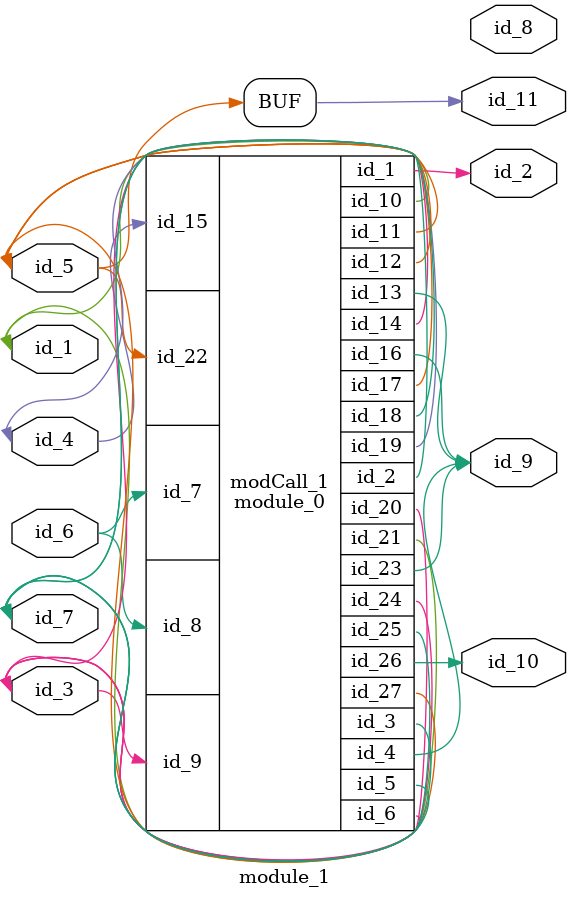
<source format=v>
module module_0 (
    id_1,
    id_2,
    id_3,
    id_4,
    id_5,
    id_6,
    id_7,
    id_8,
    id_9,
    id_10,
    id_11,
    id_12,
    id_13,
    id_14,
    id_15,
    id_16,
    id_17,
    id_18,
    id_19,
    id_20,
    id_21,
    id_22,
    id_23,
    id_24,
    id_25,
    id_26,
    id_27
);
  output wire id_27;
  output wire id_26;
  output wire id_25;
  output wire id_24;
  output wire id_23;
  input wire id_22;
  inout wire id_21;
  inout wire id_20;
  inout wire id_19;
  output wire id_18;
  output wire id_17;
  output wire id_16;
  input wire id_15;
  inout wire id_14;
  output wire id_13;
  inout wire id_12;
  output wire id_11;
  inout wire id_10;
  input wire id_9;
  input wire id_8;
  input wire id_7;
  inout wire id_6;
  output wire id_5;
  output wire id_4;
  inout wire id_3;
  inout wire id_2;
  output wire id_1;
  wire id_28;
  wire id_29;
  generate
    wire id_30, id_31;
  endgenerate
endmodule
module module_1 (
    id_1,
    id_2,
    id_3,
    id_4,
    id_5,
    id_6,
    id_7,
    id_8,
    id_9,
    id_10,
    id_11
);
  output wire id_11;
  output wire id_10;
  output wire id_9;
  output wire id_8;
  inout wire id_7;
  input wire id_6;
  inout wire id_5;
  inout wire id_4;
  inout wire id_3;
  output wire id_2;
  inout wire id_1;
  assign id_11 = id_5;
  module_0 modCall_1 (
      id_2,
      id_7,
      id_7,
      id_9,
      id_7,
      id_3,
      id_6,
      id_6,
      id_3,
      id_1,
      id_11,
      id_5,
      id_9,
      id_3,
      id_4,
      id_9,
      id_11,
      id_7,
      id_4,
      id_3,
      id_1,
      id_5,
      id_9,
      id_3,
      id_7,
      id_10,
      id_5
  );
endmodule

</source>
